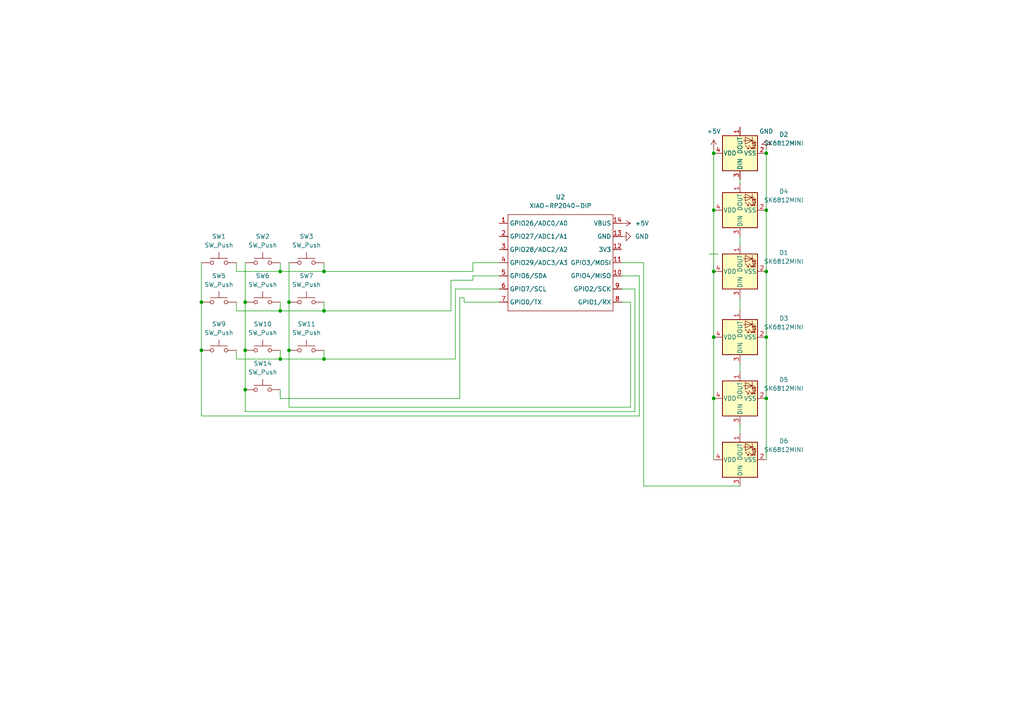
<source format=kicad_sch>
(kicad_sch
	(version 20250114)
	(generator "eeschema")
	(generator_version "9.0")
	(uuid "a6025c4d-1e0b-4f05-a407-bf8218c10f94")
	(paper "A4")
	(lib_symbols
		(symbol "LED:SK6812MINI"
			(pin_names
				(offset 0.254)
			)
			(exclude_from_sim no)
			(in_bom yes)
			(on_board yes)
			(property "Reference" "D"
				(at 5.08 5.715 0)
				(effects
					(font
						(size 1.27 1.27)
					)
					(justify right bottom)
				)
			)
			(property "Value" "SK6812MINI"
				(at 1.27 -5.715 0)
				(effects
					(font
						(size 1.27 1.27)
					)
					(justify left top)
				)
			)
			(property "Footprint" "LED_SMD:LED_SK6812MINI_PLCC4_3.5x3.5mm_P1.75mm"
				(at 1.27 -7.62 0)
				(effects
					(font
						(size 1.27 1.27)
					)
					(justify left top)
					(hide yes)
				)
			)
			(property "Datasheet" "https://cdn-shop.adafruit.com/product-files/2686/SK6812MINI_REV.01-1-2.pdf"
				(at 2.54 -9.525 0)
				(effects
					(font
						(size 1.27 1.27)
					)
					(justify left top)
					(hide yes)
				)
			)
			(property "Description" "RGB LED with integrated controller"
				(at 0 0 0)
				(effects
					(font
						(size 1.27 1.27)
					)
					(hide yes)
				)
			)
			(property "ki_keywords" "RGB LED NeoPixel Mini addressable"
				(at 0 0 0)
				(effects
					(font
						(size 1.27 1.27)
					)
					(hide yes)
				)
			)
			(property "ki_fp_filters" "LED*SK6812MINI*PLCC*3.5x3.5mm*P1.75mm*"
				(at 0 0 0)
				(effects
					(font
						(size 1.27 1.27)
					)
					(hide yes)
				)
			)
			(symbol "SK6812MINI_0_0"
				(text "RGB"
					(at 2.286 -4.191 0)
					(effects
						(font
							(size 0.762 0.762)
						)
					)
				)
			)
			(symbol "SK6812MINI_0_1"
				(polyline
					(pts
						(xy 1.27 -2.54) (xy 1.778 -2.54)
					)
					(stroke
						(width 0)
						(type default)
					)
					(fill
						(type none)
					)
				)
				(polyline
					(pts
						(xy 1.27 -3.556) (xy 1.778 -3.556)
					)
					(stroke
						(width 0)
						(type default)
					)
					(fill
						(type none)
					)
				)
				(polyline
					(pts
						(xy 2.286 -1.524) (xy 1.27 -2.54) (xy 1.27 -2.032)
					)
					(stroke
						(width 0)
						(type default)
					)
					(fill
						(type none)
					)
				)
				(polyline
					(pts
						(xy 2.286 -2.54) (xy 1.27 -3.556) (xy 1.27 -3.048)
					)
					(stroke
						(width 0)
						(type default)
					)
					(fill
						(type none)
					)
				)
				(polyline
					(pts
						(xy 3.683 -1.016) (xy 3.683 -3.556) (xy 3.683 -4.064)
					)
					(stroke
						(width 0)
						(type default)
					)
					(fill
						(type none)
					)
				)
				(polyline
					(pts
						(xy 4.699 -1.524) (xy 2.667 -1.524) (xy 3.683 -3.556) (xy 4.699 -1.524)
					)
					(stroke
						(width 0)
						(type default)
					)
					(fill
						(type none)
					)
				)
				(polyline
					(pts
						(xy 4.699 -3.556) (xy 2.667 -3.556)
					)
					(stroke
						(width 0)
						(type default)
					)
					(fill
						(type none)
					)
				)
				(rectangle
					(start 5.08 5.08)
					(end -5.08 -5.08)
					(stroke
						(width 0.254)
						(type default)
					)
					(fill
						(type background)
					)
				)
			)
			(symbol "SK6812MINI_1_1"
				(pin input line
					(at -7.62 0 0)
					(length 2.54)
					(name "DIN"
						(effects
							(font
								(size 1.27 1.27)
							)
						)
					)
					(number "3"
						(effects
							(font
								(size 1.27 1.27)
							)
						)
					)
				)
				(pin power_in line
					(at 0 7.62 270)
					(length 2.54)
					(name "VDD"
						(effects
							(font
								(size 1.27 1.27)
							)
						)
					)
					(number "4"
						(effects
							(font
								(size 1.27 1.27)
							)
						)
					)
				)
				(pin power_in line
					(at 0 -7.62 90)
					(length 2.54)
					(name "VSS"
						(effects
							(font
								(size 1.27 1.27)
							)
						)
					)
					(number "2"
						(effects
							(font
								(size 1.27 1.27)
							)
						)
					)
				)
				(pin output line
					(at 7.62 0 180)
					(length 2.54)
					(name "DOUT"
						(effects
							(font
								(size 1.27 1.27)
							)
						)
					)
					(number "1"
						(effects
							(font
								(size 1.27 1.27)
							)
						)
					)
				)
			)
			(embedded_fonts no)
		)
		(symbol "OPL:XIAO-RP2040-DIP"
			(exclude_from_sim no)
			(in_bom yes)
			(on_board yes)
			(property "Reference" "U"
				(at 0 0 0)
				(effects
					(font
						(size 1.27 1.27)
					)
				)
			)
			(property "Value" "XIAO-RP2040-DIP"
				(at 5.334 -1.778 0)
				(effects
					(font
						(size 1.27 1.27)
					)
				)
			)
			(property "Footprint" "Module:MOUDLE14P-XIAO-DIP-SMD"
				(at 14.478 -32.258 0)
				(effects
					(font
						(size 1.27 1.27)
					)
					(hide yes)
				)
			)
			(property "Datasheet" ""
				(at 0 0 0)
				(effects
					(font
						(size 1.27 1.27)
					)
					(hide yes)
				)
			)
			(property "Description" ""
				(at 0 0 0)
				(effects
					(font
						(size 1.27 1.27)
					)
					(hide yes)
				)
			)
			(symbol "XIAO-RP2040-DIP_1_0"
				(polyline
					(pts
						(xy -1.27 -2.54) (xy 29.21 -2.54)
					)
					(stroke
						(width 0.1524)
						(type solid)
					)
					(fill
						(type none)
					)
				)
				(polyline
					(pts
						(xy -1.27 -5.08) (xy -2.54 -5.08)
					)
					(stroke
						(width 0.1524)
						(type solid)
					)
					(fill
						(type none)
					)
				)
				(polyline
					(pts
						(xy -1.27 -5.08) (xy -1.27 -2.54)
					)
					(stroke
						(width 0.1524)
						(type solid)
					)
					(fill
						(type none)
					)
				)
				(polyline
					(pts
						(xy -1.27 -8.89) (xy -2.54 -8.89)
					)
					(stroke
						(width 0.1524)
						(type solid)
					)
					(fill
						(type none)
					)
				)
				(polyline
					(pts
						(xy -1.27 -8.89) (xy -1.27 -5.08)
					)
					(stroke
						(width 0.1524)
						(type solid)
					)
					(fill
						(type none)
					)
				)
				(polyline
					(pts
						(xy -1.27 -12.7) (xy -2.54 -12.7)
					)
					(stroke
						(width 0.1524)
						(type solid)
					)
					(fill
						(type none)
					)
				)
				(polyline
					(pts
						(xy -1.27 -12.7) (xy -1.27 -8.89)
					)
					(stroke
						(width 0.1524)
						(type solid)
					)
					(fill
						(type none)
					)
				)
				(polyline
					(pts
						(xy -1.27 -16.51) (xy -2.54 -16.51)
					)
					(stroke
						(width 0.1524)
						(type solid)
					)
					(fill
						(type none)
					)
				)
				(polyline
					(pts
						(xy -1.27 -16.51) (xy -1.27 -12.7)
					)
					(stroke
						(width 0.1524)
						(type solid)
					)
					(fill
						(type none)
					)
				)
				(polyline
					(pts
						(xy -1.27 -20.32) (xy -2.54 -20.32)
					)
					(stroke
						(width 0.1524)
						(type solid)
					)
					(fill
						(type none)
					)
				)
				(polyline
					(pts
						(xy -1.27 -24.13) (xy -2.54 -24.13)
					)
					(stroke
						(width 0.1524)
						(type solid)
					)
					(fill
						(type none)
					)
				)
				(polyline
					(pts
						(xy -1.27 -27.94) (xy -2.54 -27.94)
					)
					(stroke
						(width 0.1524)
						(type solid)
					)
					(fill
						(type none)
					)
				)
				(polyline
					(pts
						(xy -1.27 -30.48) (xy -1.27 -16.51)
					)
					(stroke
						(width 0.1524)
						(type solid)
					)
					(fill
						(type none)
					)
				)
				(polyline
					(pts
						(xy 29.21 -2.54) (xy 29.21 -5.08)
					)
					(stroke
						(width 0.1524)
						(type solid)
					)
					(fill
						(type none)
					)
				)
				(polyline
					(pts
						(xy 29.21 -5.08) (xy 29.21 -8.89)
					)
					(stroke
						(width 0.1524)
						(type solid)
					)
					(fill
						(type none)
					)
				)
				(polyline
					(pts
						(xy 29.21 -8.89) (xy 29.21 -12.7)
					)
					(stroke
						(width 0.1524)
						(type solid)
					)
					(fill
						(type none)
					)
				)
				(polyline
					(pts
						(xy 29.21 -12.7) (xy 29.21 -30.48)
					)
					(stroke
						(width 0.1524)
						(type solid)
					)
					(fill
						(type none)
					)
				)
				(polyline
					(pts
						(xy 29.21 -30.48) (xy -1.27 -30.48)
					)
					(stroke
						(width 0.1524)
						(type solid)
					)
					(fill
						(type none)
					)
				)
				(polyline
					(pts
						(xy 30.48 -5.08) (xy 29.21 -5.08)
					)
					(stroke
						(width 0.1524)
						(type solid)
					)
					(fill
						(type none)
					)
				)
				(polyline
					(pts
						(xy 30.48 -8.89) (xy 29.21 -8.89)
					)
					(stroke
						(width 0.1524)
						(type solid)
					)
					(fill
						(type none)
					)
				)
				(polyline
					(pts
						(xy 30.48 -12.7) (xy 29.21 -12.7)
					)
					(stroke
						(width 0.1524)
						(type solid)
					)
					(fill
						(type none)
					)
				)
				(polyline
					(pts
						(xy 30.48 -16.51) (xy 29.21 -16.51)
					)
					(stroke
						(width 0.1524)
						(type solid)
					)
					(fill
						(type none)
					)
				)
				(polyline
					(pts
						(xy 30.48 -20.32) (xy 29.21 -20.32)
					)
					(stroke
						(width 0.1524)
						(type solid)
					)
					(fill
						(type none)
					)
				)
				(polyline
					(pts
						(xy 30.48 -24.13) (xy 29.21 -24.13)
					)
					(stroke
						(width 0.1524)
						(type solid)
					)
					(fill
						(type none)
					)
				)
				(polyline
					(pts
						(xy 30.48 -27.94) (xy 29.21 -27.94)
					)
					(stroke
						(width 0.1524)
						(type solid)
					)
					(fill
						(type none)
					)
				)
				(pin passive line
					(at -3.81 -5.08 0)
					(length 2.54)
					(name "GPIO26/ADC0/A0"
						(effects
							(font
								(size 1.27 1.27)
							)
						)
					)
					(number "1"
						(effects
							(font
								(size 1.27 1.27)
							)
						)
					)
				)
				(pin passive line
					(at -3.81 -8.89 0)
					(length 2.54)
					(name "GPIO27/ADC1/A1"
						(effects
							(font
								(size 1.27 1.27)
							)
						)
					)
					(number "2"
						(effects
							(font
								(size 1.27 1.27)
							)
						)
					)
				)
				(pin passive line
					(at -3.81 -12.7 0)
					(length 2.54)
					(name "GPIO28/ADC2/A2"
						(effects
							(font
								(size 1.27 1.27)
							)
						)
					)
					(number "3"
						(effects
							(font
								(size 1.27 1.27)
							)
						)
					)
				)
				(pin passive line
					(at -3.81 -16.51 0)
					(length 2.54)
					(name "GPIO29/ADC3/A3"
						(effects
							(font
								(size 1.27 1.27)
							)
						)
					)
					(number "4"
						(effects
							(font
								(size 1.27 1.27)
							)
						)
					)
				)
				(pin passive line
					(at -3.81 -20.32 0)
					(length 2.54)
					(name "GPIO6/SDA"
						(effects
							(font
								(size 1.27 1.27)
							)
						)
					)
					(number "5"
						(effects
							(font
								(size 1.27 1.27)
							)
						)
					)
				)
				(pin passive line
					(at -3.81 -24.13 0)
					(length 2.54)
					(name "GPIO7/SCL"
						(effects
							(font
								(size 1.27 1.27)
							)
						)
					)
					(number "6"
						(effects
							(font
								(size 1.27 1.27)
							)
						)
					)
				)
				(pin passive line
					(at -3.81 -27.94 0)
					(length 2.54)
					(name "GPIO0/TX"
						(effects
							(font
								(size 1.27 1.27)
							)
						)
					)
					(number "7"
						(effects
							(font
								(size 1.27 1.27)
							)
						)
					)
				)
				(pin passive line
					(at 31.75 -5.08 180)
					(length 2.54)
					(name "VBUS"
						(effects
							(font
								(size 1.27 1.27)
							)
						)
					)
					(number "14"
						(effects
							(font
								(size 1.27 1.27)
							)
						)
					)
				)
				(pin passive line
					(at 31.75 -8.89 180)
					(length 2.54)
					(name "GND"
						(effects
							(font
								(size 1.27 1.27)
							)
						)
					)
					(number "13"
						(effects
							(font
								(size 1.27 1.27)
							)
						)
					)
				)
				(pin passive line
					(at 31.75 -12.7 180)
					(length 2.54)
					(name "3V3"
						(effects
							(font
								(size 1.27 1.27)
							)
						)
					)
					(number "12"
						(effects
							(font
								(size 1.27 1.27)
							)
						)
					)
				)
				(pin passive line
					(at 31.75 -16.51 180)
					(length 2.54)
					(name "GPIO3/MOSI"
						(effects
							(font
								(size 1.27 1.27)
							)
						)
					)
					(number "11"
						(effects
							(font
								(size 1.27 1.27)
							)
						)
					)
				)
				(pin passive line
					(at 31.75 -20.32 180)
					(length 2.54)
					(name "GPIO4/MISO"
						(effects
							(font
								(size 1.27 1.27)
							)
						)
					)
					(number "10"
						(effects
							(font
								(size 1.27 1.27)
							)
						)
					)
				)
				(pin passive line
					(at 31.75 -24.13 180)
					(length 2.54)
					(name "GPIO2/SCK"
						(effects
							(font
								(size 1.27 1.27)
							)
						)
					)
					(number "9"
						(effects
							(font
								(size 1.27 1.27)
							)
						)
					)
				)
				(pin passive line
					(at 31.75 -27.94 180)
					(length 2.54)
					(name "GPIO1/RX"
						(effects
							(font
								(size 1.27 1.27)
							)
						)
					)
					(number "8"
						(effects
							(font
								(size 1.27 1.27)
							)
						)
					)
				)
			)
			(embedded_fonts no)
		)
		(symbol "Switch:SW_Push"
			(pin_numbers
				(hide yes)
			)
			(pin_names
				(offset 1.016)
				(hide yes)
			)
			(exclude_from_sim no)
			(in_bom yes)
			(on_board yes)
			(property "Reference" "SW"
				(at 1.27 2.54 0)
				(effects
					(font
						(size 1.27 1.27)
					)
					(justify left)
				)
			)
			(property "Value" "SW_Push"
				(at 0 -1.524 0)
				(effects
					(font
						(size 1.27 1.27)
					)
				)
			)
			(property "Footprint" ""
				(at 0 5.08 0)
				(effects
					(font
						(size 1.27 1.27)
					)
					(hide yes)
				)
			)
			(property "Datasheet" "~"
				(at 0 5.08 0)
				(effects
					(font
						(size 1.27 1.27)
					)
					(hide yes)
				)
			)
			(property "Description" "Push button switch, generic, two pins"
				(at 0 0 0)
				(effects
					(font
						(size 1.27 1.27)
					)
					(hide yes)
				)
			)
			(property "ki_keywords" "switch normally-open pushbutton push-button"
				(at 0 0 0)
				(effects
					(font
						(size 1.27 1.27)
					)
					(hide yes)
				)
			)
			(symbol "SW_Push_0_1"
				(circle
					(center -2.032 0)
					(radius 0.508)
					(stroke
						(width 0)
						(type default)
					)
					(fill
						(type none)
					)
				)
				(polyline
					(pts
						(xy 0 1.27) (xy 0 3.048)
					)
					(stroke
						(width 0)
						(type default)
					)
					(fill
						(type none)
					)
				)
				(circle
					(center 2.032 0)
					(radius 0.508)
					(stroke
						(width 0)
						(type default)
					)
					(fill
						(type none)
					)
				)
				(polyline
					(pts
						(xy 2.54 1.27) (xy -2.54 1.27)
					)
					(stroke
						(width 0)
						(type default)
					)
					(fill
						(type none)
					)
				)
				(pin passive line
					(at -5.08 0 0)
					(length 2.54)
					(name "1"
						(effects
							(font
								(size 1.27 1.27)
							)
						)
					)
					(number "1"
						(effects
							(font
								(size 1.27 1.27)
							)
						)
					)
				)
				(pin passive line
					(at 5.08 0 180)
					(length 2.54)
					(name "2"
						(effects
							(font
								(size 1.27 1.27)
							)
						)
					)
					(number "2"
						(effects
							(font
								(size 1.27 1.27)
							)
						)
					)
				)
			)
			(embedded_fonts no)
		)
		(symbol "power:+5V"
			(power)
			(pin_numbers
				(hide yes)
			)
			(pin_names
				(offset 0)
				(hide yes)
			)
			(exclude_from_sim no)
			(in_bom yes)
			(on_board yes)
			(property "Reference" "#PWR"
				(at 0 -3.81 0)
				(effects
					(font
						(size 1.27 1.27)
					)
					(hide yes)
				)
			)
			(property "Value" "+5V"
				(at 0 3.556 0)
				(effects
					(font
						(size 1.27 1.27)
					)
				)
			)
			(property "Footprint" ""
				(at 0 0 0)
				(effects
					(font
						(size 1.27 1.27)
					)
					(hide yes)
				)
			)
			(property "Datasheet" ""
				(at 0 0 0)
				(effects
					(font
						(size 1.27 1.27)
					)
					(hide yes)
				)
			)
			(property "Description" "Power symbol creates a global label with name \"+5V\""
				(at 0 0 0)
				(effects
					(font
						(size 1.27 1.27)
					)
					(hide yes)
				)
			)
			(property "ki_keywords" "global power"
				(at 0 0 0)
				(effects
					(font
						(size 1.27 1.27)
					)
					(hide yes)
				)
			)
			(symbol "+5V_0_1"
				(polyline
					(pts
						(xy -0.762 1.27) (xy 0 2.54)
					)
					(stroke
						(width 0)
						(type default)
					)
					(fill
						(type none)
					)
				)
				(polyline
					(pts
						(xy 0 2.54) (xy 0.762 1.27)
					)
					(stroke
						(width 0)
						(type default)
					)
					(fill
						(type none)
					)
				)
				(polyline
					(pts
						(xy 0 0) (xy 0 2.54)
					)
					(stroke
						(width 0)
						(type default)
					)
					(fill
						(type none)
					)
				)
			)
			(symbol "+5V_1_1"
				(pin power_in line
					(at 0 0 90)
					(length 0)
					(name "~"
						(effects
							(font
								(size 1.27 1.27)
							)
						)
					)
					(number "1"
						(effects
							(font
								(size 1.27 1.27)
							)
						)
					)
				)
			)
			(embedded_fonts no)
		)
		(symbol "power:GND"
			(power)
			(pin_numbers
				(hide yes)
			)
			(pin_names
				(offset 0)
				(hide yes)
			)
			(exclude_from_sim no)
			(in_bom yes)
			(on_board yes)
			(property "Reference" "#PWR"
				(at 0 -6.35 0)
				(effects
					(font
						(size 1.27 1.27)
					)
					(hide yes)
				)
			)
			(property "Value" "GND"
				(at 0 -3.81 0)
				(effects
					(font
						(size 1.27 1.27)
					)
				)
			)
			(property "Footprint" ""
				(at 0 0 0)
				(effects
					(font
						(size 1.27 1.27)
					)
					(hide yes)
				)
			)
			(property "Datasheet" ""
				(at 0 0 0)
				(effects
					(font
						(size 1.27 1.27)
					)
					(hide yes)
				)
			)
			(property "Description" "Power symbol creates a global label with name \"GND\" , ground"
				(at 0 0 0)
				(effects
					(font
						(size 1.27 1.27)
					)
					(hide yes)
				)
			)
			(property "ki_keywords" "global power"
				(at 0 0 0)
				(effects
					(font
						(size 1.27 1.27)
					)
					(hide yes)
				)
			)
			(symbol "GND_0_1"
				(polyline
					(pts
						(xy 0 0) (xy 0 -1.27) (xy 1.27 -1.27) (xy 0 -2.54) (xy -1.27 -1.27) (xy 0 -1.27)
					)
					(stroke
						(width 0)
						(type default)
					)
					(fill
						(type none)
					)
				)
			)
			(symbol "GND_1_1"
				(pin power_in line
					(at 0 0 270)
					(length 0)
					(name "~"
						(effects
							(font
								(size 1.27 1.27)
							)
						)
					)
					(number "1"
						(effects
							(font
								(size 1.27 1.27)
							)
						)
					)
				)
			)
			(embedded_fonts no)
		)
	)
	(junction
		(at 58.42 101.6)
		(diameter 0)
		(color 0 0 0 0)
		(uuid "0db0a4df-76ea-4c62-87f4-666d5e463cb2")
	)
	(junction
		(at 207.01 44.45)
		(diameter 0)
		(color 0 0 0 0)
		(uuid "138a9de4-e535-4f00-af7a-499a2933c5d7")
	)
	(junction
		(at 93.98 90.17)
		(diameter 0)
		(color 0 0 0 0)
		(uuid "13d00c5b-4264-4eee-ba61-8be6bde70a58")
	)
	(junction
		(at 222.25 97.79)
		(diameter 0)
		(color 0 0 0 0)
		(uuid "172e6b11-9ee3-4c37-b1c0-77d1ca711a3a")
	)
	(junction
		(at 222.25 78.74)
		(diameter 0)
		(color 0 0 0 0)
		(uuid "1d24cbc5-920c-4f10-8d07-36293f186b1c")
	)
	(junction
		(at 222.25 115.57)
		(diameter 0)
		(color 0 0 0 0)
		(uuid "27f5055e-2df9-4389-b220-388489c1d1d8")
	)
	(junction
		(at 81.28 104.14)
		(diameter 0)
		(color 0 0 0 0)
		(uuid "2a3771c8-61d1-439c-842c-34fb99e29745")
	)
	(junction
		(at 207.01 97.79)
		(diameter 0)
		(color 0 0 0 0)
		(uuid "30ae5370-20b0-4f44-9908-4aedb623a367")
	)
	(junction
		(at 222.25 60.96)
		(diameter 0)
		(color 0 0 0 0)
		(uuid "3d023674-e680-42ec-909a-9140a6ee1135")
	)
	(junction
		(at 93.98 78.74)
		(diameter 0)
		(color 0 0 0 0)
		(uuid "4779c53e-7b10-4017-8f52-4b8ae1d10a92")
	)
	(junction
		(at 71.12 113.03)
		(diameter 0)
		(color 0 0 0 0)
		(uuid "57d9b354-ba41-4ec3-9711-7bb2f70fd667")
	)
	(junction
		(at 81.28 78.74)
		(diameter 0)
		(color 0 0 0 0)
		(uuid "6f05fb37-0096-4e97-8deb-00205e6ab390")
	)
	(junction
		(at 207.01 115.57)
		(diameter 0)
		(color 0 0 0 0)
		(uuid "7e2500a0-74b5-4def-a817-cceb59e22d84")
	)
	(junction
		(at 207.01 78.74)
		(diameter 0)
		(color 0 0 0 0)
		(uuid "85507a82-c730-49d6-9fa2-b6cb546f199b")
	)
	(junction
		(at 207.01 60.96)
		(diameter 0)
		(color 0 0 0 0)
		(uuid "8c78ed67-22a8-4fdb-af1b-36f0c003d84d")
	)
	(junction
		(at 71.12 87.63)
		(diameter 0)
		(color 0 0 0 0)
		(uuid "8f4838d3-898b-4bb6-9d34-0bfbc4652ca3")
	)
	(junction
		(at 83.82 87.63)
		(diameter 0)
		(color 0 0 0 0)
		(uuid "b14cd039-4a5c-4563-80c7-7e8d4be9f6e8")
	)
	(junction
		(at 71.12 101.6)
		(diameter 0)
		(color 0 0 0 0)
		(uuid "c0748686-e621-4e50-bf83-4474ec280a81")
	)
	(junction
		(at 93.98 104.14)
		(diameter 0)
		(color 0 0 0 0)
		(uuid "c57e8b80-a7bd-4feb-b201-e4f3514890cc")
	)
	(junction
		(at 222.25 44.45)
		(diameter 0)
		(color 0 0 0 0)
		(uuid "e8f50b38-c1f6-4bfe-a230-43b172d2528e")
	)
	(junction
		(at 58.42 87.63)
		(diameter 0)
		(color 0 0 0 0)
		(uuid "ec9402d8-143a-4b9e-8f88-a96cb4f515f3")
	)
	(junction
		(at 81.28 90.17)
		(diameter 0)
		(color 0 0 0 0)
		(uuid "f31bf017-69ed-4e46-b7b0-b821c2621bd8")
	)
	(junction
		(at 83.82 101.6)
		(diameter 0)
		(color 0 0 0 0)
		(uuid "fb615e47-4778-4d57-a890-edd39b48a276")
	)
	(wire
		(pts
			(xy 81.28 90.17) (xy 93.98 90.17)
		)
		(stroke
			(width 0)
			(type default)
		)
		(uuid "019a977f-7c13-4002-9522-0ecd0cf1f64d")
	)
	(wire
		(pts
			(xy 68.58 90.17) (xy 81.28 90.17)
		)
		(stroke
			(width 0)
			(type default)
		)
		(uuid "0637f795-2e47-415f-96cd-0aaaf2fe02d7")
	)
	(wire
		(pts
			(xy 133.35 115.57) (xy 133.35 86.36)
		)
		(stroke
			(width 0)
			(type default)
		)
		(uuid "075e05f9-f855-4463-a0dd-bc0d670ab89d")
	)
	(wire
		(pts
			(xy 68.58 78.74) (xy 81.28 78.74)
		)
		(stroke
			(width 0)
			(type default)
		)
		(uuid "1278658b-bf6d-488b-bf9a-a8f66ae49910")
	)
	(wire
		(pts
			(xy 81.28 90.17) (xy 81.28 87.63)
		)
		(stroke
			(width 0)
			(type default)
		)
		(uuid "12f49632-9848-4a21-a297-3dfb550adbe4")
	)
	(wire
		(pts
			(xy 134.62 87.63) (xy 144.78 87.63)
		)
		(stroke
			(width 0)
			(type default)
		)
		(uuid "1a603b47-a079-4c25-8a1f-f2c634875144")
	)
	(wire
		(pts
			(xy 133.35 86.36) (xy 134.62 86.36)
		)
		(stroke
			(width 0)
			(type default)
		)
		(uuid "1a891e29-480d-4b74-946f-0004e4b69522")
	)
	(wire
		(pts
			(xy 182.88 118.11) (xy 182.88 87.63)
		)
		(stroke
			(width 0)
			(type default)
		)
		(uuid "2190a7fe-c625-44b3-9e77-6c340b2d0f47")
	)
	(wire
		(pts
			(xy 180.34 83.82) (xy 184.15 83.82)
		)
		(stroke
			(width 0)
			(type default)
		)
		(uuid "22a31178-b525-467c-b107-357c15d5a1a4")
	)
	(wire
		(pts
			(xy 58.42 87.63) (xy 58.42 101.6)
		)
		(stroke
			(width 0)
			(type default)
		)
		(uuid "28f63f84-dfa9-4bd1-af85-e37c71775ce8")
	)
	(wire
		(pts
			(xy 68.58 101.6) (xy 68.58 104.14)
		)
		(stroke
			(width 0)
			(type default)
		)
		(uuid "2bdbfc22-bd83-43a3-82b2-6d3bc0393d63")
	)
	(wire
		(pts
			(xy 83.82 118.11) (xy 182.88 118.11)
		)
		(stroke
			(width 0)
			(type default)
		)
		(uuid "3022a8ee-b572-4f6b-a540-7863407beaff")
	)
	(wire
		(pts
			(xy 185.42 80.01) (xy 185.42 120.65)
		)
		(stroke
			(width 0)
			(type default)
		)
		(uuid "30bc040b-f93c-43d8-99f7-02ef5f1adc45")
	)
	(wire
		(pts
			(xy 68.58 87.63) (xy 68.58 90.17)
		)
		(stroke
			(width 0)
			(type default)
		)
		(uuid "318a9981-543a-4721-876a-d30c5c0a18cb")
	)
	(wire
		(pts
			(xy 208.28 73.66) (xy 205.74 73.66)
		)
		(stroke
			(width 0)
			(type default)
		)
		(uuid "381e5f70-563f-4fe2-a5b2-c256aad0e6fb")
	)
	(wire
		(pts
			(xy 207.01 44.45) (xy 207.01 60.96)
		)
		(stroke
			(width 0)
			(type default)
		)
		(uuid "38593dd0-eb82-44b6-8373-074eeeca785a")
	)
	(wire
		(pts
			(xy 207.01 78.74) (xy 207.01 97.79)
		)
		(stroke
			(width 0)
			(type default)
		)
		(uuid "39e358b8-d20c-4a59-857f-5298a1d66dd6")
	)
	(wire
		(pts
			(xy 222.25 78.74) (xy 222.25 97.79)
		)
		(stroke
			(width 0)
			(type default)
		)
		(uuid "43a5487f-3504-4f7f-adc2-5f170d0ceb02")
	)
	(wire
		(pts
			(xy 214.63 123.19) (xy 214.63 125.73)
		)
		(stroke
			(width 0)
			(type default)
		)
		(uuid "533f4931-bcdc-4869-aeb7-584ca159b1f3")
	)
	(wire
		(pts
			(xy 186.69 76.2) (xy 186.69 140.97)
		)
		(stroke
			(width 0)
			(type default)
		)
		(uuid "54cc0392-cae5-4ec4-8ed9-9ad6a49f6327")
	)
	(wire
		(pts
			(xy 222.25 115.57) (xy 222.25 133.35)
		)
		(stroke
			(width 0)
			(type default)
		)
		(uuid "5691cd00-8832-4ced-aa9f-1830da509573")
	)
	(wire
		(pts
			(xy 186.69 140.97) (xy 214.63 140.97)
		)
		(stroke
			(width 0)
			(type default)
		)
		(uuid "5a2b006a-ca36-4bb8-b922-752df4530bd4")
	)
	(wire
		(pts
			(xy 214.63 86.36) (xy 214.63 90.17)
		)
		(stroke
			(width 0)
			(type default)
		)
		(uuid "5ae3a28c-86e6-4f98-8a6e-6b78ce040654")
	)
	(wire
		(pts
			(xy 83.82 76.2) (xy 83.82 87.63)
		)
		(stroke
			(width 0)
			(type default)
		)
		(uuid "5afc9dad-5fcc-428d-8b6a-132d54b40404")
	)
	(wire
		(pts
			(xy 214.63 105.41) (xy 214.63 107.95)
		)
		(stroke
			(width 0)
			(type default)
		)
		(uuid "5d83507b-be24-4d97-9ca1-b3a06f886b4a")
	)
	(wire
		(pts
			(xy 68.58 104.14) (xy 81.28 104.14)
		)
		(stroke
			(width 0)
			(type default)
		)
		(uuid "601b9db4-72dd-402a-8dad-d1fcda3140c2")
	)
	(wire
		(pts
			(xy 93.98 78.74) (xy 137.16 78.74)
		)
		(stroke
			(width 0)
			(type default)
		)
		(uuid "6463859a-363b-4bd4-8d9d-b154ae940973")
	)
	(wire
		(pts
			(xy 180.34 80.01) (xy 185.42 80.01)
		)
		(stroke
			(width 0)
			(type default)
		)
		(uuid "6521597f-f246-4ecb-a296-f4d72f864ae7")
	)
	(wire
		(pts
			(xy 207.01 115.57) (xy 207.01 133.35)
		)
		(stroke
			(width 0)
			(type default)
		)
		(uuid "6688f17d-da91-4b9b-a06e-1f49788f7592")
	)
	(wire
		(pts
			(xy 132.08 83.82) (xy 144.78 83.82)
		)
		(stroke
			(width 0)
			(type default)
		)
		(uuid "6851c4fd-6787-4002-9ad0-e45a4c988c7d")
	)
	(wire
		(pts
			(xy 207.01 97.79) (xy 207.01 115.57)
		)
		(stroke
			(width 0)
			(type default)
		)
		(uuid "6b1e454c-6016-413e-8059-723b53eeb93b")
	)
	(wire
		(pts
			(xy 93.98 90.17) (xy 130.81 90.17)
		)
		(stroke
			(width 0)
			(type default)
		)
		(uuid "6cf9e55c-4bc6-454a-9547-ad5e7283eea5")
	)
	(wire
		(pts
			(xy 137.16 80.01) (xy 144.78 80.01)
		)
		(stroke
			(width 0)
			(type default)
		)
		(uuid "7ad7207d-ccf9-4a54-a3ad-481e7bd95bcf")
	)
	(wire
		(pts
			(xy 134.62 86.36) (xy 134.62 87.63)
		)
		(stroke
			(width 0)
			(type default)
		)
		(uuid "809b03d3-b315-4569-abc5-4a3b30a4954a")
	)
	(wire
		(pts
			(xy 93.98 104.14) (xy 93.98 101.6)
		)
		(stroke
			(width 0)
			(type default)
		)
		(uuid "88343aa1-dd68-407a-ba1a-4510dc89245c")
	)
	(wire
		(pts
			(xy 214.63 68.58) (xy 214.63 71.12)
		)
		(stroke
			(width 0)
			(type default)
		)
		(uuid "88e19193-b182-491e-a2c8-880f7a11c3c5")
	)
	(wire
		(pts
			(xy 81.28 78.74) (xy 81.28 76.2)
		)
		(stroke
			(width 0)
			(type default)
		)
		(uuid "8ebe47f5-ec27-44bf-be4a-42054af11efc")
	)
	(wire
		(pts
			(xy 81.28 115.57) (xy 133.35 115.57)
		)
		(stroke
			(width 0)
			(type default)
		)
		(uuid "92ec22d4-8c47-4eb7-8209-ba2ecd3aea60")
	)
	(wire
		(pts
			(xy 207.01 60.96) (xy 207.01 78.74)
		)
		(stroke
			(width 0)
			(type default)
		)
		(uuid "995e2477-bbff-4e50-b5bb-477665e1fcf9")
	)
	(wire
		(pts
			(xy 130.81 81.28) (xy 137.16 81.28)
		)
		(stroke
			(width 0)
			(type default)
		)
		(uuid "9c25fa38-874c-4254-9feb-cbdd10228ff8")
	)
	(wire
		(pts
			(xy 207.01 43.18) (xy 207.01 44.45)
		)
		(stroke
			(width 0)
			(type default)
		)
		(uuid "a0311d7b-6ac0-4375-a2e6-e71cce99b855")
	)
	(wire
		(pts
			(xy 71.12 119.38) (xy 71.12 113.03)
		)
		(stroke
			(width 0)
			(type default)
		)
		(uuid "a0c4a237-6b0c-4ced-b62c-51d8566b5853")
	)
	(wire
		(pts
			(xy 81.28 104.14) (xy 81.28 101.6)
		)
		(stroke
			(width 0)
			(type default)
		)
		(uuid "a3345fc3-5355-4c1d-90c9-e8b193ecb24b")
	)
	(wire
		(pts
			(xy 68.58 76.2) (xy 68.58 78.74)
		)
		(stroke
			(width 0)
			(type default)
		)
		(uuid "a39f627b-6602-4741-a7aa-5488f1034c71")
	)
	(wire
		(pts
			(xy 71.12 76.2) (xy 71.12 87.63)
		)
		(stroke
			(width 0)
			(type default)
		)
		(uuid "a414f777-6ce6-4dd1-8d95-bcf5ba50d600")
	)
	(wire
		(pts
			(xy 81.28 78.74) (xy 93.98 78.74)
		)
		(stroke
			(width 0)
			(type default)
		)
		(uuid "a4e354b6-648a-4304-9658-91d00d8378b1")
	)
	(wire
		(pts
			(xy 93.98 78.74) (xy 93.98 76.2)
		)
		(stroke
			(width 0)
			(type default)
		)
		(uuid "a56f1e26-b053-4b7c-abaa-741ceca32e47")
	)
	(wire
		(pts
			(xy 137.16 78.74) (xy 137.16 76.2)
		)
		(stroke
			(width 0)
			(type default)
		)
		(uuid "a7b87b12-170f-4ba5-a8d0-f6d5119f6187")
	)
	(wire
		(pts
			(xy 130.81 90.17) (xy 130.81 81.28)
		)
		(stroke
			(width 0)
			(type default)
		)
		(uuid "a9633109-b156-4344-aacf-0c031211d7c0")
	)
	(wire
		(pts
			(xy 222.25 60.96) (xy 222.25 78.74)
		)
		(stroke
			(width 0)
			(type default)
		)
		(uuid "b226ea5d-4d3d-4dd7-a4c3-f9146037f30c")
	)
	(wire
		(pts
			(xy 58.42 120.65) (xy 185.42 120.65)
		)
		(stroke
			(width 0)
			(type default)
		)
		(uuid "b3afe39c-d8f4-4da3-b6d7-0f76ed8dbcfc")
	)
	(wire
		(pts
			(xy 93.98 90.17) (xy 93.98 87.63)
		)
		(stroke
			(width 0)
			(type default)
		)
		(uuid "b421f0a1-2e53-4a7a-a0cd-4d4168c46365")
	)
	(wire
		(pts
			(xy 71.12 101.6) (xy 71.12 113.03)
		)
		(stroke
			(width 0)
			(type default)
		)
		(uuid "b865a1cd-0ed7-4457-b745-e749efdc386b")
	)
	(wire
		(pts
			(xy 81.28 104.14) (xy 93.98 104.14)
		)
		(stroke
			(width 0)
			(type default)
		)
		(uuid "b9bf4b60-e762-4e72-85cc-da687c988102")
	)
	(wire
		(pts
			(xy 71.12 87.63) (xy 71.12 101.6)
		)
		(stroke
			(width 0)
			(type default)
		)
		(uuid "bd921df5-2efd-46f4-af75-12f709865932")
	)
	(wire
		(pts
			(xy 186.69 76.2) (xy 180.34 76.2)
		)
		(stroke
			(width 0)
			(type default)
		)
		(uuid "c1d13bd1-e530-413e-9fdc-5866abdae998")
	)
	(wire
		(pts
			(xy 58.42 76.2) (xy 58.42 87.63)
		)
		(stroke
			(width 0)
			(type default)
		)
		(uuid "c48701f8-12c4-4285-a2dd-4a0006e64118")
	)
	(wire
		(pts
			(xy 137.16 81.28) (xy 137.16 80.01)
		)
		(stroke
			(width 0)
			(type default)
		)
		(uuid "c635c1c4-0a3c-4f49-aa60-3607983bc38c")
	)
	(wire
		(pts
			(xy 137.16 76.2) (xy 144.78 76.2)
		)
		(stroke
			(width 0)
			(type default)
		)
		(uuid "c7a2cfa3-9861-41f2-bb69-41fa2bbcfbd5")
	)
	(wire
		(pts
			(xy 83.82 101.6) (xy 83.82 118.11)
		)
		(stroke
			(width 0)
			(type default)
		)
		(uuid "d12ccd76-5d7d-4661-80df-c18144582eed")
	)
	(wire
		(pts
			(xy 182.88 87.63) (xy 180.34 87.63)
		)
		(stroke
			(width 0)
			(type default)
		)
		(uuid "dcebc4fa-2524-4f60-9e29-aeabe2c02db5")
	)
	(wire
		(pts
			(xy 81.28 115.57) (xy 81.28 113.03)
		)
		(stroke
			(width 0)
			(type default)
		)
		(uuid "dd1c4b2c-4c5a-4ed2-9643-0c5c27404de4")
	)
	(wire
		(pts
			(xy 83.82 87.63) (xy 83.82 101.6)
		)
		(stroke
			(width 0)
			(type default)
		)
		(uuid "e5218409-d697-44c4-8509-4558cf3749cc")
	)
	(wire
		(pts
			(xy 93.98 104.14) (xy 132.08 104.14)
		)
		(stroke
			(width 0)
			(type default)
		)
		(uuid "e66dcf18-5d57-4ea0-b18b-0ed101c9f487")
	)
	(wire
		(pts
			(xy 58.42 101.6) (xy 58.42 120.65)
		)
		(stroke
			(width 0)
			(type default)
		)
		(uuid "e79b207f-a008-416c-8992-f88837556cff")
	)
	(wire
		(pts
			(xy 222.25 44.45) (xy 222.25 60.96)
		)
		(stroke
			(width 0)
			(type default)
		)
		(uuid "f536cf3e-bfcc-43ab-b7c0-5b9c63018bda")
	)
	(wire
		(pts
			(xy 184.15 83.82) (xy 184.15 119.38)
		)
		(stroke
			(width 0)
			(type default)
		)
		(uuid "f59a65fb-394f-4b9d-80cf-ad29b67e3ca0")
	)
	(wire
		(pts
			(xy 214.63 52.07) (xy 214.63 53.34)
		)
		(stroke
			(width 0)
			(type default)
		)
		(uuid "f752777f-0c33-4723-a650-6a5d9043e42d")
	)
	(wire
		(pts
			(xy 71.12 119.38) (xy 184.15 119.38)
		)
		(stroke
			(width 0)
			(type default)
		)
		(uuid "f81f0052-a8dc-4b96-8e59-7cd6f45b173f")
	)
	(wire
		(pts
			(xy 222.25 43.18) (xy 222.25 44.45)
		)
		(stroke
			(width 0)
			(type default)
		)
		(uuid "fbdf0786-4267-4173-8c07-6bf849af1f29")
	)
	(wire
		(pts
			(xy 222.25 97.79) (xy 222.25 115.57)
		)
		(stroke
			(width 0)
			(type default)
		)
		(uuid "fe1ec33a-57d6-40ed-ae3c-15b145ebaebb")
	)
	(wire
		(pts
			(xy 132.08 104.14) (xy 132.08 83.82)
		)
		(stroke
			(width 0)
			(type default)
		)
		(uuid "ff78609a-c4ff-4911-9910-227e33473c40")
	)
	(symbol
		(lib_id "LED:SK6812MINI")
		(at 214.63 115.57 90)
		(unit 1)
		(exclude_from_sim no)
		(in_bom yes)
		(on_board yes)
		(dnp no)
		(fields_autoplaced yes)
		(uuid "03e75d00-7727-40c4-86ac-a2ba9b85c4e6")
		(property "Reference" "D5"
			(at 227.33 110.1246 90)
			(effects
				(font
					(size 1.27 1.27)
				)
			)
		)
		(property "Value" "SK6812MINI"
			(at 227.33 112.6646 90)
			(effects
				(font
					(size 1.27 1.27)
				)
			)
		)
		(property "Footprint" "LED_SMD:LED_SK6812MINI_PLCC4_3.5x3.5mm_P1.75mm"
			(at 222.25 114.3 0)
			(effects
				(font
					(size 1.27 1.27)
				)
				(justify left top)
				(hide yes)
			)
		)
		(property "Datasheet" "https://cdn-shop.adafruit.com/product-files/2686/SK6812MINI_REV.01-1-2.pdf"
			(at 224.155 113.03 0)
			(effects
				(font
					(size 1.27 1.27)
				)
				(justify left top)
				(hide yes)
			)
		)
		(property "Description" "RGB LED with integrated controller"
			(at 214.63 115.57 0)
			(effects
				(font
					(size 1.27 1.27)
				)
				(hide yes)
			)
		)
		(pin "2"
			(uuid "e655ccd6-83a7-4e4c-a3dd-66be735d794b")
		)
		(pin "4"
			(uuid "f16317ab-f88a-493a-842c-df4cfefb0171")
		)
		(pin "3"
			(uuid "c30e844e-512f-4ad4-bb8b-2a553e5d148d")
		)
		(pin "1"
			(uuid "d1023a71-68b2-4aae-82fc-48f4686a1c54")
		)
		(instances
			(project "HackPack"
				(path "/a6025c4d-1e0b-4f05-a407-bf8218c10f94"
					(reference "D5")
					(unit 1)
				)
			)
		)
	)
	(symbol
		(lib_id "LED:SK6812MINI")
		(at 214.63 133.35 90)
		(unit 1)
		(exclude_from_sim no)
		(in_bom yes)
		(on_board yes)
		(dnp no)
		(fields_autoplaced yes)
		(uuid "05bfe30c-14fa-428e-8623-17a68441388c")
		(property "Reference" "D6"
			(at 227.33 127.9046 90)
			(effects
				(font
					(size 1.27 1.27)
				)
			)
		)
		(property "Value" "SK6812MINI"
			(at 227.33 130.4446 90)
			(effects
				(font
					(size 1.27 1.27)
				)
			)
		)
		(property "Footprint" "LED_SMD:LED_SK6812MINI_PLCC4_3.5x3.5mm_P1.75mm"
			(at 222.25 132.08 0)
			(effects
				(font
					(size 1.27 1.27)
				)
				(justify left top)
				(hide yes)
			)
		)
		(property "Datasheet" "https://cdn-shop.adafruit.com/product-files/2686/SK6812MINI_REV.01-1-2.pdf"
			(at 224.155 130.81 0)
			(effects
				(font
					(size 1.27 1.27)
				)
				(justify left top)
				(hide yes)
			)
		)
		(property "Description" "RGB LED with integrated controller"
			(at 214.63 133.35 0)
			(effects
				(font
					(size 1.27 1.27)
				)
				(hide yes)
			)
		)
		(pin "2"
			(uuid "398c6df7-dc05-42db-bdb3-4795e6c83547")
		)
		(pin "4"
			(uuid "32a339e2-5c6f-4b1f-8694-a88b6298fb96")
		)
		(pin "3"
			(uuid "a261b9eb-0c6e-4cbe-9d15-29100cdc70de")
		)
		(pin "1"
			(uuid "09cf88d0-a189-4951-9472-75688225a21d")
		)
		(instances
			(project "HackPack"
				(path "/a6025c4d-1e0b-4f05-a407-bf8218c10f94"
					(reference "D6")
					(unit 1)
				)
			)
		)
	)
	(symbol
		(lib_id "Switch:SW_Push")
		(at 76.2 87.63 0)
		(unit 1)
		(exclude_from_sim no)
		(in_bom yes)
		(on_board yes)
		(dnp no)
		(fields_autoplaced yes)
		(uuid "1bee5bbd-84ae-447b-8b95-9c7243e46255")
		(property "Reference" "SW6"
			(at 76.2 80.01 0)
			(effects
				(font
					(size 1.27 1.27)
				)
			)
		)
		(property "Value" "SW_Push"
			(at 76.2 82.55 0)
			(effects
				(font
					(size 1.27 1.27)
				)
			)
		)
		(property "Footprint" "Button_Switch_Keyboard:SW_Cherry_MX_1.00u_PCB"
			(at 76.2 82.55 0)
			(effects
				(font
					(size 1.27 1.27)
				)
				(hide yes)
			)
		)
		(property "Datasheet" "~"
			(at 76.2 82.55 0)
			(effects
				(font
					(size 1.27 1.27)
				)
				(hide yes)
			)
		)
		(property "Description" "Push button switch, generic, two pins"
			(at 76.2 87.63 0)
			(effects
				(font
					(size 1.27 1.27)
				)
				(hide yes)
			)
		)
		(pin "2"
			(uuid "707065e8-a03f-4117-ae3a-2911485d5f25")
		)
		(pin "1"
			(uuid "23196be3-1ef8-4130-aed8-160e1f96b1b1")
		)
		(instances
			(project "HackPack"
				(path "/a6025c4d-1e0b-4f05-a407-bf8218c10f94"
					(reference "SW6")
					(unit 1)
				)
			)
		)
	)
	(symbol
		(lib_id "Switch:SW_Push")
		(at 76.2 113.03 0)
		(unit 1)
		(exclude_from_sim no)
		(in_bom yes)
		(on_board yes)
		(dnp no)
		(fields_autoplaced yes)
		(uuid "20599573-494a-482d-8bab-188fd4a42220")
		(property "Reference" "SW14"
			(at 76.2 105.41 0)
			(effects
				(font
					(size 1.27 1.27)
				)
			)
		)
		(property "Value" "SW_Push"
			(at 76.2 107.95 0)
			(effects
				(font
					(size 1.27 1.27)
				)
			)
		)
		(property "Footprint" "Button_Switch_Keyboard:SW_Cherry_MX_1.00u_PCB"
			(at 76.2 107.95 0)
			(effects
				(font
					(size 1.27 1.27)
				)
				(hide yes)
			)
		)
		(property "Datasheet" "~"
			(at 76.2 107.95 0)
			(effects
				(font
					(size 1.27 1.27)
				)
				(hide yes)
			)
		)
		(property "Description" "Push button switch, generic, two pins"
			(at 76.2 113.03 0)
			(effects
				(font
					(size 1.27 1.27)
				)
				(hide yes)
			)
		)
		(pin "2"
			(uuid "c96ff67e-1abf-4de2-9fe1-de74e1e40f99")
		)
		(pin "1"
			(uuid "595a29c0-4d1f-4aff-a0aa-72420cf178c3")
		)
		(instances
			(project "HackPack"
				(path "/a6025c4d-1e0b-4f05-a407-bf8218c10f94"
					(reference "SW14")
					(unit 1)
				)
			)
		)
	)
	(symbol
		(lib_id "Switch:SW_Push")
		(at 63.5 101.6 0)
		(unit 1)
		(exclude_from_sim no)
		(in_bom yes)
		(on_board yes)
		(dnp no)
		(fields_autoplaced yes)
		(uuid "369e8823-6231-47b3-b68f-2e96867d54c5")
		(property "Reference" "SW9"
			(at 63.5 93.98 0)
			(effects
				(font
					(size 1.27 1.27)
				)
			)
		)
		(property "Value" "SW_Push"
			(at 63.5 96.52 0)
			(effects
				(font
					(size 1.27 1.27)
				)
			)
		)
		(property "Footprint" "Button_Switch_Keyboard:SW_Cherry_MX_1.00u_PCB"
			(at 63.5 96.52 0)
			(effects
				(font
					(size 1.27 1.27)
				)
				(hide yes)
			)
		)
		(property "Datasheet" "~"
			(at 63.5 96.52 0)
			(effects
				(font
					(size 1.27 1.27)
				)
				(hide yes)
			)
		)
		(property "Description" "Push button switch, generic, two pins"
			(at 63.5 101.6 0)
			(effects
				(font
					(size 1.27 1.27)
				)
				(hide yes)
			)
		)
		(pin "2"
			(uuid "68d361ff-e3f7-455c-ad18-088b84808912")
		)
		(pin "1"
			(uuid "ec62e2ae-7020-48ac-8fb4-fe2d31cb3d14")
		)
		(instances
			(project "HackPack"
				(path "/a6025c4d-1e0b-4f05-a407-bf8218c10f94"
					(reference "SW9")
					(unit 1)
				)
			)
		)
	)
	(symbol
		(lib_id "OPL:XIAO-RP2040-DIP")
		(at 148.59 59.69 0)
		(unit 1)
		(exclude_from_sim no)
		(in_bom yes)
		(on_board yes)
		(dnp no)
		(fields_autoplaced yes)
		(uuid "52eb99a2-2a6d-4009-a347-5dbd243007b3")
		(property "Reference" "U2"
			(at 162.56 57.15 0)
			(effects
				(font
					(size 1.27 1.27)
				)
			)
		)
		(property "Value" "XIAO-RP2040-DIP"
			(at 162.56 59.69 0)
			(effects
				(font
					(size 1.27 1.27)
				)
			)
		)
		(property "Footprint" "OLED:XIAO-RP2040-DIP"
			(at 163.068 91.948 0)
			(effects
				(font
					(size 1.27 1.27)
				)
				(hide yes)
			)
		)
		(property "Datasheet" ""
			(at 148.59 59.69 0)
			(effects
				(font
					(size 1.27 1.27)
				)
				(hide yes)
			)
		)
		(property "Description" ""
			(at 148.59 59.69 0)
			(effects
				(font
					(size 1.27 1.27)
				)
				(hide yes)
			)
		)
		(pin "2"
			(uuid "f139a433-4385-4bae-ac71-e322eef14a33")
		)
		(pin "5"
			(uuid "4a460a1e-11ae-4853-9026-3fa3bcf231a4")
		)
		(pin "3"
			(uuid "fdae322a-189d-4333-a879-3438ddaa9341")
		)
		(pin "8"
			(uuid "5fe579d5-7595-4530-b66c-c8c0217dba57")
		)
		(pin "10"
			(uuid "0e184fb0-40bc-4d27-8a6e-21e73b502f73")
		)
		(pin "14"
			(uuid "df0020d7-324e-4174-84f5-ed0463aee502")
		)
		(pin "7"
			(uuid "8ebd1bfa-9a1f-462b-bb5f-397c378c8efc")
		)
		(pin "6"
			(uuid "121211b1-3526-4893-96e0-3d4cf00fdb35")
		)
		(pin "1"
			(uuid "ee50639a-33f9-416e-9cc9-e9e33619bad7")
		)
		(pin "4"
			(uuid "e303bc3d-2326-4995-8072-11cd92bf0bac")
		)
		(pin "11"
			(uuid "ddc5da06-05c9-4c42-9541-bbff0eb49c01")
		)
		(pin "9"
			(uuid "95babaf1-bb0d-4c9f-8f5a-fc87e3770120")
		)
		(pin "13"
			(uuid "33626326-a80c-42ac-b65c-730536a477a9")
		)
		(pin "12"
			(uuid "950b6fe3-3396-4fda-9528-aad4d0e40292")
		)
		(instances
			(project ""
				(path "/a6025c4d-1e0b-4f05-a407-bf8218c10f94"
					(reference "U2")
					(unit 1)
				)
			)
		)
	)
	(symbol
		(lib_id "LED:SK6812MINI")
		(at 214.63 44.45 90)
		(unit 1)
		(exclude_from_sim no)
		(in_bom yes)
		(on_board yes)
		(dnp no)
		(fields_autoplaced yes)
		(uuid "622ded79-6c9e-4319-b12d-86235928c1a7")
		(property "Reference" "D2"
			(at 227.33 39.0046 90)
			(effects
				(font
					(size 1.27 1.27)
				)
			)
		)
		(property "Value" "SK6812MINI"
			(at 227.33 41.5446 90)
			(effects
				(font
					(size 1.27 1.27)
				)
			)
		)
		(property "Footprint" "LED_SMD:LED_SK6812MINI_PLCC4_3.5x3.5mm_P1.75mm"
			(at 222.25 43.18 0)
			(effects
				(font
					(size 1.27 1.27)
				)
				(justify left top)
				(hide yes)
			)
		)
		(property "Datasheet" "https://cdn-shop.adafruit.com/product-files/2686/SK6812MINI_REV.01-1-2.pdf"
			(at 224.155 41.91 0)
			(effects
				(font
					(size 1.27 1.27)
				)
				(justify left top)
				(hide yes)
			)
		)
		(property "Description" "RGB LED with integrated controller"
			(at 214.63 44.45 0)
			(effects
				(font
					(size 1.27 1.27)
				)
				(hide yes)
			)
		)
		(pin "2"
			(uuid "85156d8e-7a65-49e6-858f-eea677f633e3")
		)
		(pin "4"
			(uuid "cc2823db-7526-4070-8d50-c9d9b78a9731")
		)
		(pin "3"
			(uuid "2e276756-49fd-4a76-bd0b-de15d7d6ed65")
		)
		(pin "1"
			(uuid "7fde1495-6703-4eb5-bb4e-d9216eafca45")
		)
		(instances
			(project "HackPack"
				(path "/a6025c4d-1e0b-4f05-a407-bf8218c10f94"
					(reference "D2")
					(unit 1)
				)
			)
		)
	)
	(symbol
		(lib_id "Switch:SW_Push")
		(at 63.5 76.2 0)
		(unit 1)
		(exclude_from_sim no)
		(in_bom yes)
		(on_board yes)
		(dnp no)
		(fields_autoplaced yes)
		(uuid "6450be57-388c-4596-a3ef-e79e44763cbe")
		(property "Reference" "SW1"
			(at 63.5 68.58 0)
			(effects
				(font
					(size 1.27 1.27)
				)
			)
		)
		(property "Value" "SW_Push"
			(at 63.5 71.12 0)
			(effects
				(font
					(size 1.27 1.27)
				)
			)
		)
		(property "Footprint" "Button_Switch_Keyboard:SW_Cherry_MX_1.00u_PCB"
			(at 63.5 71.12 0)
			(effects
				(font
					(size 1.27 1.27)
				)
				(hide yes)
			)
		)
		(property "Datasheet" "~"
			(at 63.5 71.12 0)
			(effects
				(font
					(size 1.27 1.27)
				)
				(hide yes)
			)
		)
		(property "Description" "Push button switch, generic, two pins"
			(at 63.5 76.2 0)
			(effects
				(font
					(size 1.27 1.27)
				)
				(hide yes)
			)
		)
		(pin "2"
			(uuid "ea0e0194-4aa8-4897-a67f-385f4a14e431")
		)
		(pin "1"
			(uuid "30fc29a4-9741-4f57-ae3f-04ef878d9357")
		)
		(instances
			(project ""
				(path "/a6025c4d-1e0b-4f05-a407-bf8218c10f94"
					(reference "SW1")
					(unit 1)
				)
			)
		)
	)
	(symbol
		(lib_id "Switch:SW_Push")
		(at 63.5 87.63 0)
		(unit 1)
		(exclude_from_sim no)
		(in_bom yes)
		(on_board yes)
		(dnp no)
		(fields_autoplaced yes)
		(uuid "647734e6-aa8f-4794-a6c0-779c0557f4e6")
		(property "Reference" "SW5"
			(at 63.5 80.01 0)
			(effects
				(font
					(size 1.27 1.27)
				)
			)
		)
		(property "Value" "SW_Push"
			(at 63.5 82.55 0)
			(effects
				(font
					(size 1.27 1.27)
				)
			)
		)
		(property "Footprint" "Button_Switch_Keyboard:SW_Cherry_MX_1.00u_PCB"
			(at 63.5 82.55 0)
			(effects
				(font
					(size 1.27 1.27)
				)
				(hide yes)
			)
		)
		(property "Datasheet" "~"
			(at 63.5 82.55 0)
			(effects
				(font
					(size 1.27 1.27)
				)
				(hide yes)
			)
		)
		(property "Description" "Push button switch, generic, two pins"
			(at 63.5 87.63 0)
			(effects
				(font
					(size 1.27 1.27)
				)
				(hide yes)
			)
		)
		(pin "2"
			(uuid "f096f356-734c-44e8-93ec-834bd9014160")
		)
		(pin "1"
			(uuid "f1f7bb01-f04f-4cdf-a4be-7d74abff450b")
		)
		(instances
			(project "HackPack"
				(path "/a6025c4d-1e0b-4f05-a407-bf8218c10f94"
					(reference "SW5")
					(unit 1)
				)
			)
		)
	)
	(symbol
		(lib_id "power:+5V")
		(at 180.34 64.77 270)
		(unit 1)
		(exclude_from_sim no)
		(in_bom yes)
		(on_board yes)
		(dnp no)
		(fields_autoplaced yes)
		(uuid "70c54caf-1301-4076-a73e-aeb8014905b7")
		(property "Reference" "#PWR09"
			(at 176.53 64.77 0)
			(effects
				(font
					(size 1.27 1.27)
				)
				(hide yes)
			)
		)
		(property "Value" "+5V"
			(at 184.15 64.7699 90)
			(effects
				(font
					(size 1.27 1.27)
				)
				(justify left)
			)
		)
		(property "Footprint" ""
			(at 180.34 64.77 0)
			(effects
				(font
					(size 1.27 1.27)
				)
				(hide yes)
			)
		)
		(property "Datasheet" ""
			(at 180.34 64.77 0)
			(effects
				(font
					(size 1.27 1.27)
				)
				(hide yes)
			)
		)
		(property "Description" "Power symbol creates a global label with name \"+5V\""
			(at 180.34 64.77 0)
			(effects
				(font
					(size 1.27 1.27)
				)
				(hide yes)
			)
		)
		(pin "1"
			(uuid "1c8b53e6-0ba0-468c-b207-b98082f33164")
		)
		(instances
			(project "HackPack"
				(path "/a6025c4d-1e0b-4f05-a407-bf8218c10f94"
					(reference "#PWR09")
					(unit 1)
				)
			)
		)
	)
	(symbol
		(lib_id "Switch:SW_Push")
		(at 88.9 76.2 0)
		(unit 1)
		(exclude_from_sim no)
		(in_bom yes)
		(on_board yes)
		(dnp no)
		(fields_autoplaced yes)
		(uuid "8dc72613-5c1e-47f6-a52e-59240b2efc10")
		(property "Reference" "SW3"
			(at 88.9 68.58 0)
			(effects
				(font
					(size 1.27 1.27)
				)
			)
		)
		(property "Value" "SW_Push"
			(at 88.9 71.12 0)
			(effects
				(font
					(size 1.27 1.27)
				)
			)
		)
		(property "Footprint" "Button_Switch_Keyboard:SW_Cherry_MX_1.00u_PCB"
			(at 88.9 71.12 0)
			(effects
				(font
					(size 1.27 1.27)
				)
				(hide yes)
			)
		)
		(property "Datasheet" "~"
			(at 88.9 71.12 0)
			(effects
				(font
					(size 1.27 1.27)
				)
				(hide yes)
			)
		)
		(property "Description" "Push button switch, generic, two pins"
			(at 88.9 76.2 0)
			(effects
				(font
					(size 1.27 1.27)
				)
				(hide yes)
			)
		)
		(pin "2"
			(uuid "0b5549f6-a634-4edd-b92e-3992c7722c06")
		)
		(pin "1"
			(uuid "31a486e0-d23f-4d3c-b2d9-fde24eaae13f")
		)
		(instances
			(project "HackPack"
				(path "/a6025c4d-1e0b-4f05-a407-bf8218c10f94"
					(reference "SW3")
					(unit 1)
				)
			)
		)
	)
	(symbol
		(lib_id "Switch:SW_Push")
		(at 88.9 101.6 0)
		(unit 1)
		(exclude_from_sim no)
		(in_bom yes)
		(on_board yes)
		(dnp no)
		(fields_autoplaced yes)
		(uuid "960270d0-0769-4712-876f-07a7173e0ebe")
		(property "Reference" "SW11"
			(at 88.9 93.98 0)
			(effects
				(font
					(size 1.27 1.27)
				)
			)
		)
		(property "Value" "SW_Push"
			(at 88.9 96.52 0)
			(effects
				(font
					(size 1.27 1.27)
				)
			)
		)
		(property "Footprint" "Button_Switch_Keyboard:SW_Cherry_MX_1.00u_PCB"
			(at 88.9 96.52 0)
			(effects
				(font
					(size 1.27 1.27)
				)
				(hide yes)
			)
		)
		(property "Datasheet" "~"
			(at 88.9 96.52 0)
			(effects
				(font
					(size 1.27 1.27)
				)
				(hide yes)
			)
		)
		(property "Description" "Push button switch, generic, two pins"
			(at 88.9 101.6 0)
			(effects
				(font
					(size 1.27 1.27)
				)
				(hide yes)
			)
		)
		(pin "2"
			(uuid "9503d085-4a7d-4143-8699-a6face097e4d")
		)
		(pin "1"
			(uuid "2af0490b-bac8-4e90-b548-d9aef85ccf7e")
		)
		(instances
			(project "HackPack"
				(path "/a6025c4d-1e0b-4f05-a407-bf8218c10f94"
					(reference "SW11")
					(unit 1)
				)
			)
		)
	)
	(symbol
		(lib_id "Switch:SW_Push")
		(at 76.2 101.6 0)
		(unit 1)
		(exclude_from_sim no)
		(in_bom yes)
		(on_board yes)
		(dnp no)
		(fields_autoplaced yes)
		(uuid "972e094e-4fd0-4909-ba0f-2fdf8c90c4ba")
		(property "Reference" "SW10"
			(at 76.2 93.98 0)
			(effects
				(font
					(size 1.27 1.27)
				)
			)
		)
		(property "Value" "SW_Push"
			(at 76.2 96.52 0)
			(effects
				(font
					(size 1.27 1.27)
				)
			)
		)
		(property "Footprint" "Button_Switch_Keyboard:SW_Cherry_MX_1.00u_PCB"
			(at 76.2 96.52 0)
			(effects
				(font
					(size 1.27 1.27)
				)
				(hide yes)
			)
		)
		(property "Datasheet" "~"
			(at 76.2 96.52 0)
			(effects
				(font
					(size 1.27 1.27)
				)
				(hide yes)
			)
		)
		(property "Description" "Push button switch, generic, two pins"
			(at 76.2 101.6 0)
			(effects
				(font
					(size 1.27 1.27)
				)
				(hide yes)
			)
		)
		(pin "2"
			(uuid "1ee7329d-8547-46f3-9e3e-c0dc840a20d6")
		)
		(pin "1"
			(uuid "72695ba3-1a67-4c5b-ab74-6c198885c93e")
		)
		(instances
			(project "HackPack"
				(path "/a6025c4d-1e0b-4f05-a407-bf8218c10f94"
					(reference "SW10")
					(unit 1)
				)
			)
		)
	)
	(symbol
		(lib_id "power:+5V")
		(at 207.01 43.18 0)
		(unit 1)
		(exclude_from_sim no)
		(in_bom yes)
		(on_board yes)
		(dnp no)
		(fields_autoplaced yes)
		(uuid "a657d184-966f-4cd4-b865-e1c95e3318e5")
		(property "Reference" "#PWR02"
			(at 207.01 46.99 0)
			(effects
				(font
					(size 1.27 1.27)
				)
				(hide yes)
			)
		)
		(property "Value" "+5V"
			(at 207.01 38.1 0)
			(effects
				(font
					(size 1.27 1.27)
				)
			)
		)
		(property "Footprint" ""
			(at 207.01 43.18 0)
			(effects
				(font
					(size 1.27 1.27)
				)
				(hide yes)
			)
		)
		(property "Datasheet" ""
			(at 207.01 43.18 0)
			(effects
				(font
					(size 1.27 1.27)
				)
				(hide yes)
			)
		)
		(property "Description" "Power symbol creates a global label with name \"+5V\""
			(at 207.01 43.18 0)
			(effects
				(font
					(size 1.27 1.27)
				)
				(hide yes)
			)
		)
		(pin "1"
			(uuid "087456c2-b24b-4e6f-851a-29ede3474ee7")
		)
		(instances
			(project ""
				(path "/a6025c4d-1e0b-4f05-a407-bf8218c10f94"
					(reference "#PWR02")
					(unit 1)
				)
			)
		)
	)
	(symbol
		(lib_id "LED:SK6812MINI")
		(at 214.63 60.96 90)
		(unit 1)
		(exclude_from_sim no)
		(in_bom yes)
		(on_board yes)
		(dnp no)
		(fields_autoplaced yes)
		(uuid "aaa14cc3-ef87-4149-bb88-6308702ec829")
		(property "Reference" "D4"
			(at 227.33 55.5146 90)
			(effects
				(font
					(size 1.27 1.27)
				)
			)
		)
		(property "Value" "SK6812MINI"
			(at 227.33 58.0546 90)
			(effects
				(font
					(size 1.27 1.27)
				)
			)
		)
		(property "Footprint" "LED_SMD:LED_SK6812MINI_PLCC4_3.5x3.5mm_P1.75mm"
			(at 222.25 59.69 0)
			(effects
				(font
					(size 1.27 1.27)
				)
				(justify left top)
				(hide yes)
			)
		)
		(property "Datasheet" "https://cdn-shop.adafruit.com/product-files/2686/SK6812MINI_REV.01-1-2.pdf"
			(at 224.155 58.42 0)
			(effects
				(font
					(size 1.27 1.27)
				)
				(justify left top)
				(hide yes)
			)
		)
		(property "Description" "RGB LED with integrated controller"
			(at 214.63 60.96 0)
			(effects
				(font
					(size 1.27 1.27)
				)
				(hide yes)
			)
		)
		(pin "2"
			(uuid "5bb1abd0-7eec-4372-a1e3-2ce64838246b")
		)
		(pin "4"
			(uuid "fb61af63-f719-4592-9477-bd453e0b9f52")
		)
		(pin "3"
			(uuid "8d1000a5-ffe7-40dc-b51c-aa674b2266eb")
		)
		(pin "1"
			(uuid "928690bb-0961-4ec8-b1ce-b2b224174d1b")
		)
		(instances
			(project "HackPack"
				(path "/a6025c4d-1e0b-4f05-a407-bf8218c10f94"
					(reference "D4")
					(unit 1)
				)
			)
		)
	)
	(symbol
		(lib_id "power:GND")
		(at 180.34 68.58 90)
		(unit 1)
		(exclude_from_sim no)
		(in_bom yes)
		(on_board yes)
		(dnp no)
		(fields_autoplaced yes)
		(uuid "da09cb4a-a3f2-46ca-ae24-9ee4654e6bc9")
		(property "Reference" "#PWR01"
			(at 186.69 68.58 0)
			(effects
				(font
					(size 1.27 1.27)
				)
				(hide yes)
			)
		)
		(property "Value" "GND"
			(at 184.15 68.5799 90)
			(effects
				(font
					(size 1.27 1.27)
				)
				(justify right)
			)
		)
		(property "Footprint" ""
			(at 180.34 68.58 0)
			(effects
				(font
					(size 1.27 1.27)
				)
				(hide yes)
			)
		)
		(property "Datasheet" ""
			(at 180.34 68.58 0)
			(effects
				(font
					(size 1.27 1.27)
				)
				(hide yes)
			)
		)
		(property "Description" "Power symbol creates a global label with name \"GND\" , ground"
			(at 180.34 68.58 0)
			(effects
				(font
					(size 1.27 1.27)
				)
				(hide yes)
			)
		)
		(pin "1"
			(uuid "071bbc84-0561-42cb-9174-b485af4667c8")
		)
		(instances
			(project ""
				(path "/a6025c4d-1e0b-4f05-a407-bf8218c10f94"
					(reference "#PWR01")
					(unit 1)
				)
			)
		)
	)
	(symbol
		(lib_id "LED:SK6812MINI")
		(at 214.63 97.79 90)
		(unit 1)
		(exclude_from_sim no)
		(in_bom yes)
		(on_board yes)
		(dnp no)
		(fields_autoplaced yes)
		(uuid "dc4ca85b-0da3-4cd4-a051-3d4e7cbdba7c")
		(property "Reference" "D3"
			(at 227.33 92.3446 90)
			(effects
				(font
					(size 1.27 1.27)
				)
			)
		)
		(property "Value" "SK6812MINI"
			(at 227.33 94.8846 90)
			(effects
				(font
					(size 1.27 1.27)
				)
			)
		)
		(property "Footprint" "LED_SMD:LED_SK6812MINI_PLCC4_3.5x3.5mm_P1.75mm"
			(at 222.25 96.52 0)
			(effects
				(font
					(size 1.27 1.27)
				)
				(justify left top)
				(hide yes)
			)
		)
		(property "Datasheet" "https://cdn-shop.adafruit.com/product-files/2686/SK6812MINI_REV.01-1-2.pdf"
			(at 224.155 95.25 0)
			(effects
				(font
					(size 1.27 1.27)
				)
				(justify left top)
				(hide yes)
			)
		)
		(property "Description" "RGB LED with integrated controller"
			(at 214.63 97.79 0)
			(effects
				(font
					(size 1.27 1.27)
				)
				(hide yes)
			)
		)
		(pin "2"
			(uuid "2079b3a7-240e-4e07-9ed5-405069681b9f")
		)
		(pin "4"
			(uuid "1e86301a-7c96-4bf4-87d0-f04f81575963")
		)
		(pin "3"
			(uuid "7822a806-4ed2-4ff8-af67-0d4f79178a24")
		)
		(pin "1"
			(uuid "732a5ebc-0813-428c-8179-e4e255698de2")
		)
		(instances
			(project "HackPack"
				(path "/a6025c4d-1e0b-4f05-a407-bf8218c10f94"
					(reference "D3")
					(unit 1)
				)
			)
		)
	)
	(symbol
		(lib_id "Switch:SW_Push")
		(at 76.2 76.2 0)
		(unit 1)
		(exclude_from_sim no)
		(in_bom yes)
		(on_board yes)
		(dnp no)
		(uuid "ddb88a94-2c12-47ad-9761-70b46a30efa3")
		(property "Reference" "SW2"
			(at 76.2 68.58 0)
			(effects
				(font
					(size 1.27 1.27)
				)
			)
		)
		(property "Value" "SW_Push"
			(at 76.2 71.12 0)
			(effects
				(font
					(size 1.27 1.27)
				)
			)
		)
		(property "Footprint" "Button_Switch_Keyboard:SW_Cherry_MX_1.00u_PCB"
			(at 76.2 71.12 0)
			(effects
				(font
					(size 1.27 1.27)
				)
				(hide yes)
			)
		)
		(property "Datasheet" "~"
			(at 76.2 71.12 0)
			(effects
				(font
					(size 1.27 1.27)
				)
				(hide yes)
			)
		)
		(property "Description" "Push button switch, generic, two pins"
			(at 76.2 76.2 0)
			(effects
				(font
					(size 1.27 1.27)
				)
				(hide yes)
			)
		)
		(pin "2"
			(uuid "31322452-21d3-443c-b60d-71e43e3bbed4")
		)
		(pin "1"
			(uuid "38491a46-6d9f-4380-a384-c68cbd0be65d")
		)
		(instances
			(project "HackPack"
				(path "/a6025c4d-1e0b-4f05-a407-bf8218c10f94"
					(reference "SW2")
					(unit 1)
				)
			)
		)
	)
	(symbol
		(lib_id "LED:SK6812MINI")
		(at 214.63 78.74 90)
		(unit 1)
		(exclude_from_sim no)
		(in_bom yes)
		(on_board yes)
		(dnp no)
		(fields_autoplaced yes)
		(uuid "e8f487e2-0bbf-473d-8810-4f9c6efdabc8")
		(property "Reference" "D1"
			(at 227.33 73.2946 90)
			(effects
				(font
					(size 1.27 1.27)
				)
			)
		)
		(property "Value" "SK6812MINI"
			(at 227.33 75.8346 90)
			(effects
				(font
					(size 1.27 1.27)
				)
			)
		)
		(property "Footprint" "LED_SMD:LED_SK6812MINI_PLCC4_3.5x3.5mm_P1.75mm"
			(at 222.25 77.47 0)
			(effects
				(font
					(size 1.27 1.27)
				)
				(justify left top)
				(hide yes)
			)
		)
		(property "Datasheet" "https://cdn-shop.adafruit.com/product-files/2686/SK6812MINI_REV.01-1-2.pdf"
			(at 224.155 76.2 0)
			(effects
				(font
					(size 1.27 1.27)
				)
				(justify left top)
				(hide yes)
			)
		)
		(property "Description" "RGB LED with integrated controller"
			(at 214.63 78.74 0)
			(effects
				(font
					(size 1.27 1.27)
				)
				(hide yes)
			)
		)
		(pin "2"
			(uuid "390e22ec-36bf-4c99-8d2c-c8e4be986a74")
		)
		(pin "4"
			(uuid "4e37024d-ddfe-465b-b472-4c70a43135e6")
		)
		(pin "3"
			(uuid "698de70a-2404-401c-a577-a3232d089d37")
		)
		(pin "1"
			(uuid "cab4a385-6cc2-4512-bd87-045e241e4330")
		)
		(instances
			(project ""
				(path "/a6025c4d-1e0b-4f05-a407-bf8218c10f94"
					(reference "D1")
					(unit 1)
				)
			)
		)
	)
	(symbol
		(lib_id "power:GND")
		(at 222.25 43.18 180)
		(unit 1)
		(exclude_from_sim no)
		(in_bom yes)
		(on_board yes)
		(dnp no)
		(fields_autoplaced yes)
		(uuid "ea28470e-218a-4db8-83a4-676e99dd8ee3")
		(property "Reference" "#PWR04"
			(at 222.25 36.83 0)
			(effects
				(font
					(size 1.27 1.27)
				)
				(hide yes)
			)
		)
		(property "Value" "GND"
			(at 222.25 38.1 0)
			(effects
				(font
					(size 1.27 1.27)
				)
			)
		)
		(property "Footprint" ""
			(at 222.25 43.18 0)
			(effects
				(font
					(size 1.27 1.27)
				)
				(hide yes)
			)
		)
		(property "Datasheet" ""
			(at 222.25 43.18 0)
			(effects
				(font
					(size 1.27 1.27)
				)
				(hide yes)
			)
		)
		(property "Description" "Power symbol creates a global label with name \"GND\" , ground"
			(at 222.25 43.18 0)
			(effects
				(font
					(size 1.27 1.27)
				)
				(hide yes)
			)
		)
		(pin "1"
			(uuid "81867c2f-416d-4800-bd05-536eae854189")
		)
		(instances
			(project "HackPack"
				(path "/a6025c4d-1e0b-4f05-a407-bf8218c10f94"
					(reference "#PWR04")
					(unit 1)
				)
			)
		)
	)
	(symbol
		(lib_id "Switch:SW_Push")
		(at 88.9 87.63 0)
		(unit 1)
		(exclude_from_sim no)
		(in_bom yes)
		(on_board yes)
		(dnp no)
		(fields_autoplaced yes)
		(uuid "ee3fec49-9dab-4b0e-98be-47584137bbc2")
		(property "Reference" "SW7"
			(at 88.9 80.01 0)
			(effects
				(font
					(size 1.27 1.27)
				)
			)
		)
		(property "Value" "SW_Push"
			(at 88.9 82.55 0)
			(effects
				(font
					(size 1.27 1.27)
				)
			)
		)
		(property "Footprint" "Button_Switch_Keyboard:SW_Cherry_MX_1.00u_PCB"
			(at 88.9 82.55 0)
			(effects
				(font
					(size 1.27 1.27)
				)
				(hide yes)
			)
		)
		(property "Datasheet" "~"
			(at 88.9 82.55 0)
			(effects
				(font
					(size 1.27 1.27)
				)
				(hide yes)
			)
		)
		(property "Description" "Push button switch, generic, two pins"
			(at 88.9 87.63 0)
			(effects
				(font
					(size 1.27 1.27)
				)
				(hide yes)
			)
		)
		(pin "2"
			(uuid "0c1a36bf-c8e2-4cb4-94b1-c803c40cca3f")
		)
		(pin "1"
			(uuid "3ac36b82-efc2-4e31-93a9-25812051253b")
		)
		(instances
			(project "HackPack"
				(path "/a6025c4d-1e0b-4f05-a407-bf8218c10f94"
					(reference "SW7")
					(unit 1)
				)
			)
		)
	)
	(sheet_instances
		(path "/"
			(page "1")
		)
	)
	(embedded_fonts no)
)

</source>
